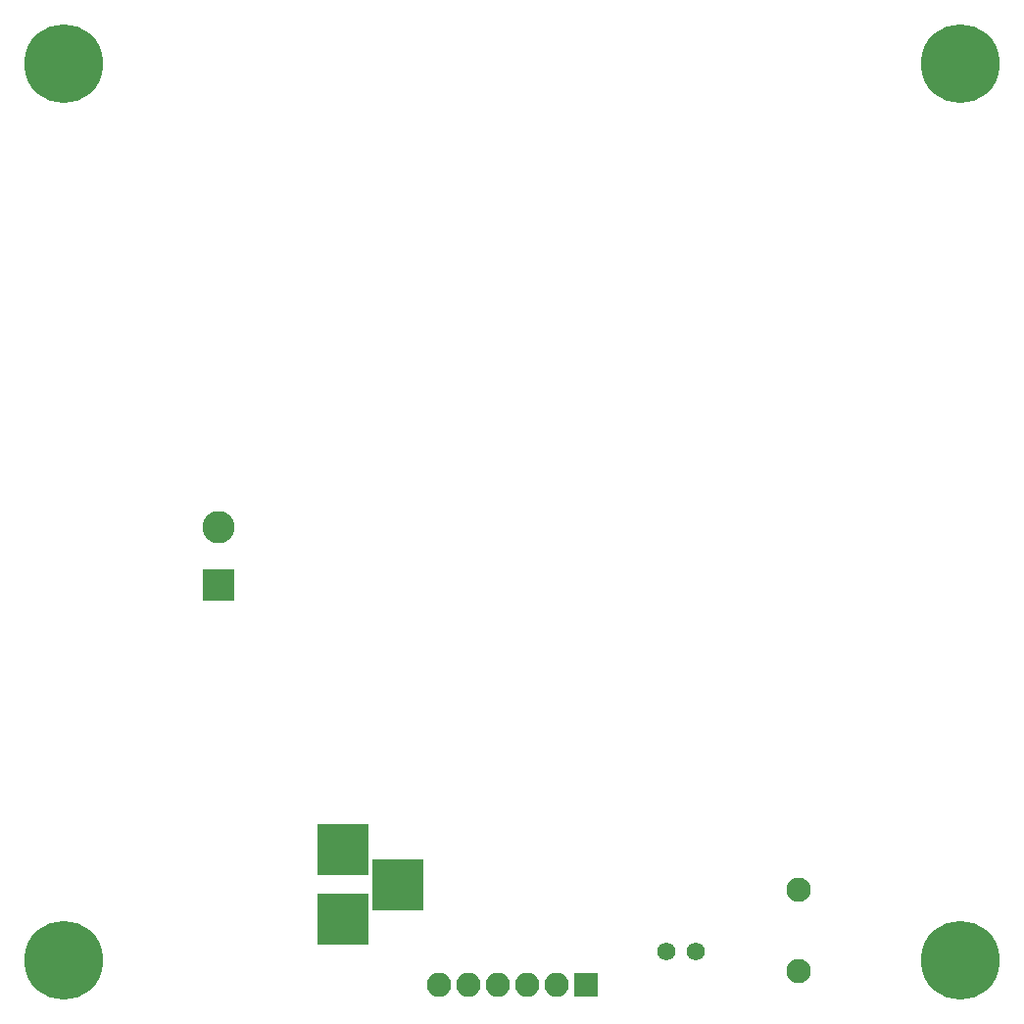
<source format=gbr>
G04 #@! TF.FileFunction,Soldermask,Bot*
%FSLAX46Y46*%
G04 Gerber Fmt 4.6, Leading zero omitted, Abs format (unit mm)*
G04 Created by KiCad (PCBNEW 4.0.7) date 03/08/18 15:58:25*
%MOMM*%
%LPD*%
G01*
G04 APERTURE LIST*
%ADD10C,0.100000*%
%ADD11R,2.800000X2.800000*%
%ADD12C,2.800000*%
%ADD13C,2.101800*%
%ADD14C,6.800000*%
%ADD15C,1.568400*%
%ADD16R,2.100000X2.100000*%
%ADD17O,2.100000X2.100000*%
%ADD18R,4.400000X4.400000*%
G04 APERTURE END LIST*
D10*
D11*
X43180000Y-74930000D03*
D12*
X43180000Y-69930000D03*
D13*
X93345000Y-101244400D03*
X93345000Y-108254800D03*
D14*
X107315000Y-29845000D03*
X29845000Y-29845000D03*
X107315000Y-107315000D03*
X29845000Y-107315000D03*
D15*
X84435000Y-106520000D03*
X81935000Y-106520000D03*
D16*
X74930000Y-109474000D03*
D17*
X72390000Y-109474000D03*
X69850000Y-109474000D03*
X67310000Y-109474000D03*
X64770000Y-109474000D03*
X62230000Y-109474000D03*
D18*
X53975000Y-97790000D03*
X53975000Y-103790000D03*
X58675000Y-100790000D03*
M02*

</source>
